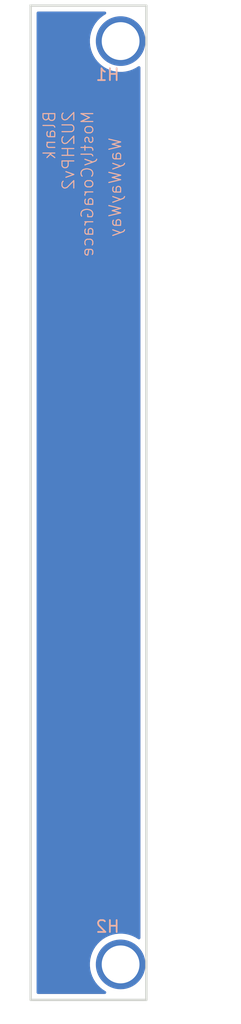
<source format=kicad_pcb>
(kicad_pcb (version 20241229) (generator "pcbnew") (generator_version "9.0")
  (layers (0 "F.Cu" signal) (2 "B.Cu" signal) (13 "F.Paste" user) (15 "B.Paste" user) (5 "F.SilkS" user "F.Silkscreen") (7 "B.SilkS" user "B.Silkscreen") (1 "F.Mask" user) (3 "B.Mask" user) (25 "Edge.Cuts" user))
  (net 0 "")
  (footprint "EXC:MountingHole_3.2mm_M3" (layer "F.Cu") (at 7.62 5.425)
    (property "Reference" "H1" (at 0 2.84 0) (layer "B.SilkS") (effects (justify left mirror)))
    (property "Value" "Eurorack_M3_MountingHole")
    (pad "" thru_hole circle (at 0 0) (size 4.2 4.2) (drill 3.2) (layers "*.Cu" "*.Mask"))
  )
  (footprint "EXC:MountingHole_3.2mm_M3" (layer "F.Cu") (at 7.62 83.475)
    (property "Reference" "H2" (at 0 -3.2 0) (layer "B.SilkS") (effects (justify left mirror)))
    (property "Value" "Eurorack_M3_MountingHole")
    (pad "" thru_hole circle (at 0 0) (size 4.2 4.2) (drill 3.2) (layers "*.Cu" "*.Mask"))
  )
  (gr_rect (start 0 2.425) (end 9.8 86.475) (stroke (width 0.2)) (fill no) (layer "Edge.Cuts"))
  (gr_text "WayWayWay" (at 7.75 13.5 90) (layer "B.SilkS") (effects (font (size 1 1) (thickness 0.1)) (justify left bottom mirror)))
  (gr_text "Blank\n2U2HPv2\nMostlyCoraGrace" (at 1 11.25 90) (layer "B.SilkS") (effects (font (size 1 1) (thickness 0.1)) (justify left top mirror)))
  (zone (net 0) (net_name "") (layers "F.Cu" "B.Cu") (connect_pads (clearance 0.5)) (min_thickness 0.25) (fill yes (thermal_gap 0.5) (thermal_bridge_width 0.5) (island_removal_mode 1) (island_area_min 10))
    (polygon (pts (xy 0 2.425) (xy 9.8 2.425) (xy 9.8 86.475) (xy 0 86.475)))
  )
)
</source>
